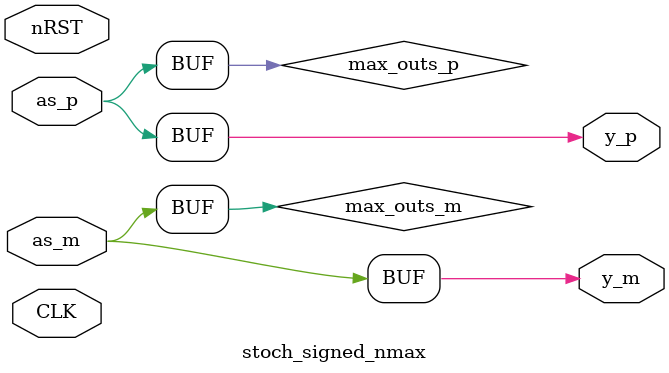
<source format=v>
`timescale 1ns / 1ps
module stoch_signed_nmax(CLK, nRST, as_p, as_m, y_p, y_m);

parameter COUNTER_SIZE = 8;
parameter NUM_INPUTS = 1;

input CLK, nRST;
input [(NUM_INPUTS - 1):0] as_p, as_m;
output y_p, y_m;

wire [(NUM_INPUTS - 1):0] max_outs_p, max_outs_m;

// the "initial" max_out is the first element of as
assign max_outs_p[0] = as_p[0];
assign max_outs_m[0] = as_m[0];

genvar i;

generate
for (i = 1; i < NUM_INPUTS; i = i + 1) begin : max_tree
    stoch_signed_max #(
            .COUNTER_SIZE(COUNTER_SIZE)
        ) maxi (
            .CLK(CLK),
            .nRST(nRST),
            .a_p(max_outs_p[i - 1]),
            .a_m(max_outs_m[i - 1]),
            .b_p(as_p[i]),
            .b_m(as_m[i]),
            .y_p(max_outs_p[i]),
            .y_m(max_outs_m[i])
        );
end
endgenerate

// the last max_out is the final maximum
assign y_p = max_outs_p[NUM_INPUTS - 1];
assign y_m = max_outs_m[NUM_INPUTS - 1];

endmodule

</source>
